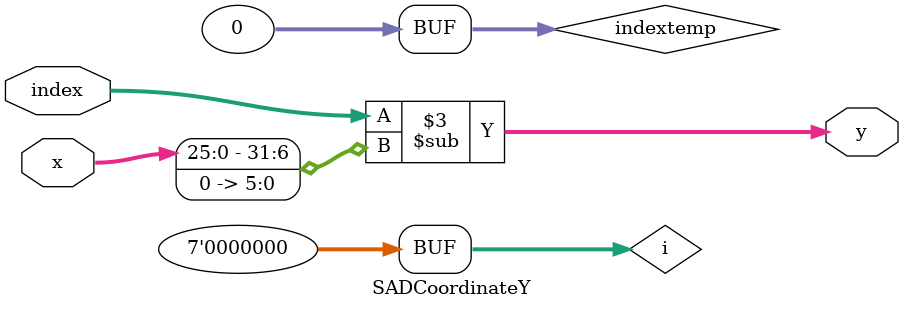
<source format=v>
`timescale 1ns / 1ps


module SADCoordinateY(index, x, y);

    input [31:0] index, x;
    reg [6:0] i;
    reg signed [31:0] indextemp, xtemp;
    output reg [31:0] y;
   
   initial begin
        y <= 0;
        i <= 0;
        indextemp <= 0;
        end
  
    
    
    always @ (index, x) begin 
        y = index - (x << 6); 
//        indextemp <= index;
//        for (i = 0; i < 64; i = i + 1) begin
//            if((indextemp - 64) >= 0) begin
//                x <= x + 1;
//                indextemp <= indextemp - 64;
//            end
//        end
         
////        x <= xtemp; 
       
            
    
    
    end


endmodule

</source>
